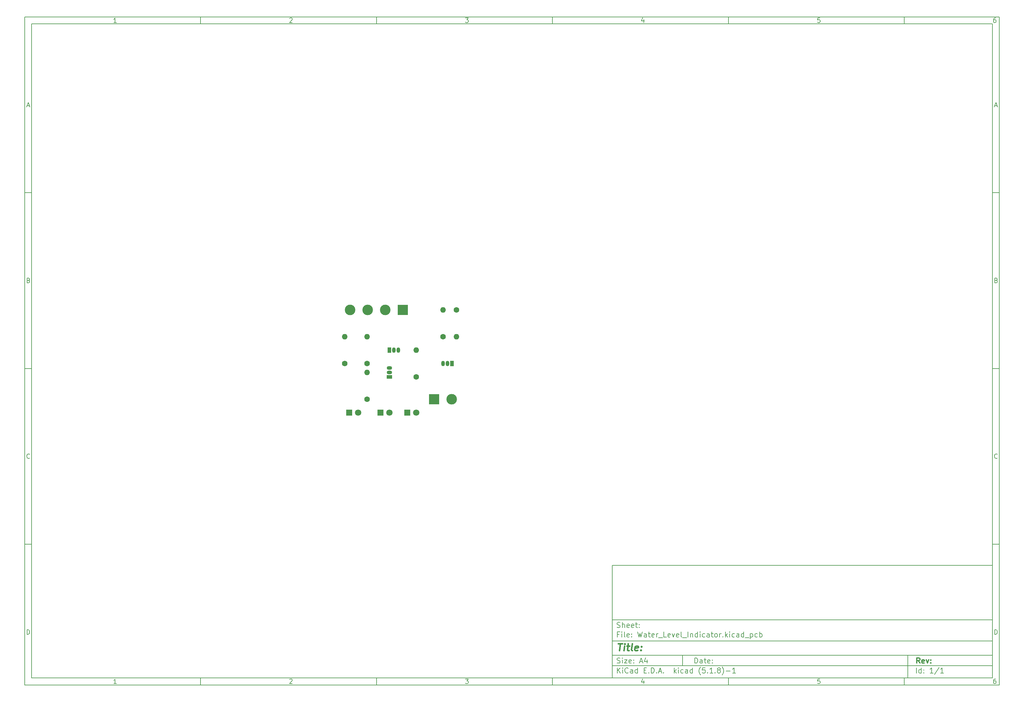
<source format=gtl>
%TF.GenerationSoftware,KiCad,Pcbnew,(5.1.8)-1*%
%TF.CreationDate,2021-07-18T21:15:27-07:00*%
%TF.ProjectId,Water_Level_Indicator,57617465-725f-44c6-9576-656c5f496e64,rev?*%
%TF.SameCoordinates,Original*%
%TF.FileFunction,Copper,L1,Top*%
%TF.FilePolarity,Positive*%
%FSLAX46Y46*%
G04 Gerber Fmt 4.6, Leading zero omitted, Abs format (unit mm)*
G04 Created by KiCad (PCBNEW (5.1.8)-1) date 2021-07-18 21:15:27*
%MOMM*%
%LPD*%
G01*
G04 APERTURE LIST*
%ADD10C,0.100000*%
%ADD11C,0.150000*%
%ADD12C,0.300000*%
%ADD13C,0.400000*%
%TA.AperFunction,ComponentPad*%
%ADD14R,1.800000X1.800000*%
%TD*%
%TA.AperFunction,ComponentPad*%
%ADD15C,1.800000*%
%TD*%
%TA.AperFunction,ComponentPad*%
%ADD16R,3.000000X3.000000*%
%TD*%
%TA.AperFunction,ComponentPad*%
%ADD17C,3.000000*%
%TD*%
%TA.AperFunction,ComponentPad*%
%ADD18O,1.500000X1.050000*%
%TD*%
%TA.AperFunction,ComponentPad*%
%ADD19R,1.500000X1.050000*%
%TD*%
%TA.AperFunction,ComponentPad*%
%ADD20R,1.050000X1.500000*%
%TD*%
%TA.AperFunction,ComponentPad*%
%ADD21O,1.050000X1.500000*%
%TD*%
%TA.AperFunction,ComponentPad*%
%ADD22O,1.600000X1.600000*%
%TD*%
%TA.AperFunction,ComponentPad*%
%ADD23C,1.600000*%
%TD*%
G04 APERTURE END LIST*
D10*
D11*
X177002200Y-166007200D02*
X177002200Y-198007200D01*
X285002200Y-198007200D01*
X285002200Y-166007200D01*
X177002200Y-166007200D01*
D10*
D11*
X10000000Y-10000000D02*
X10000000Y-200007200D01*
X287002200Y-200007200D01*
X287002200Y-10000000D01*
X10000000Y-10000000D01*
D10*
D11*
X12000000Y-12000000D02*
X12000000Y-198007200D01*
X285002200Y-198007200D01*
X285002200Y-12000000D01*
X12000000Y-12000000D01*
D10*
D11*
X60000000Y-12000000D02*
X60000000Y-10000000D01*
D10*
D11*
X110000000Y-12000000D02*
X110000000Y-10000000D01*
D10*
D11*
X160000000Y-12000000D02*
X160000000Y-10000000D01*
D10*
D11*
X210000000Y-12000000D02*
X210000000Y-10000000D01*
D10*
D11*
X260000000Y-12000000D02*
X260000000Y-10000000D01*
D10*
D11*
X36065476Y-11588095D02*
X35322619Y-11588095D01*
X35694047Y-11588095D02*
X35694047Y-10288095D01*
X35570238Y-10473809D01*
X35446428Y-10597619D01*
X35322619Y-10659523D01*
D10*
D11*
X85322619Y-10411904D02*
X85384523Y-10350000D01*
X85508333Y-10288095D01*
X85817857Y-10288095D01*
X85941666Y-10350000D01*
X86003571Y-10411904D01*
X86065476Y-10535714D01*
X86065476Y-10659523D01*
X86003571Y-10845238D01*
X85260714Y-11588095D01*
X86065476Y-11588095D01*
D10*
D11*
X135260714Y-10288095D02*
X136065476Y-10288095D01*
X135632142Y-10783333D01*
X135817857Y-10783333D01*
X135941666Y-10845238D01*
X136003571Y-10907142D01*
X136065476Y-11030952D01*
X136065476Y-11340476D01*
X136003571Y-11464285D01*
X135941666Y-11526190D01*
X135817857Y-11588095D01*
X135446428Y-11588095D01*
X135322619Y-11526190D01*
X135260714Y-11464285D01*
D10*
D11*
X185941666Y-10721428D02*
X185941666Y-11588095D01*
X185632142Y-10226190D02*
X185322619Y-11154761D01*
X186127380Y-11154761D01*
D10*
D11*
X236003571Y-10288095D02*
X235384523Y-10288095D01*
X235322619Y-10907142D01*
X235384523Y-10845238D01*
X235508333Y-10783333D01*
X235817857Y-10783333D01*
X235941666Y-10845238D01*
X236003571Y-10907142D01*
X236065476Y-11030952D01*
X236065476Y-11340476D01*
X236003571Y-11464285D01*
X235941666Y-11526190D01*
X235817857Y-11588095D01*
X235508333Y-11588095D01*
X235384523Y-11526190D01*
X235322619Y-11464285D01*
D10*
D11*
X285941666Y-10288095D02*
X285694047Y-10288095D01*
X285570238Y-10350000D01*
X285508333Y-10411904D01*
X285384523Y-10597619D01*
X285322619Y-10845238D01*
X285322619Y-11340476D01*
X285384523Y-11464285D01*
X285446428Y-11526190D01*
X285570238Y-11588095D01*
X285817857Y-11588095D01*
X285941666Y-11526190D01*
X286003571Y-11464285D01*
X286065476Y-11340476D01*
X286065476Y-11030952D01*
X286003571Y-10907142D01*
X285941666Y-10845238D01*
X285817857Y-10783333D01*
X285570238Y-10783333D01*
X285446428Y-10845238D01*
X285384523Y-10907142D01*
X285322619Y-11030952D01*
D10*
D11*
X60000000Y-198007200D02*
X60000000Y-200007200D01*
D10*
D11*
X110000000Y-198007200D02*
X110000000Y-200007200D01*
D10*
D11*
X160000000Y-198007200D02*
X160000000Y-200007200D01*
D10*
D11*
X210000000Y-198007200D02*
X210000000Y-200007200D01*
D10*
D11*
X260000000Y-198007200D02*
X260000000Y-200007200D01*
D10*
D11*
X36065476Y-199595295D02*
X35322619Y-199595295D01*
X35694047Y-199595295D02*
X35694047Y-198295295D01*
X35570238Y-198481009D01*
X35446428Y-198604819D01*
X35322619Y-198666723D01*
D10*
D11*
X85322619Y-198419104D02*
X85384523Y-198357200D01*
X85508333Y-198295295D01*
X85817857Y-198295295D01*
X85941666Y-198357200D01*
X86003571Y-198419104D01*
X86065476Y-198542914D01*
X86065476Y-198666723D01*
X86003571Y-198852438D01*
X85260714Y-199595295D01*
X86065476Y-199595295D01*
D10*
D11*
X135260714Y-198295295D02*
X136065476Y-198295295D01*
X135632142Y-198790533D01*
X135817857Y-198790533D01*
X135941666Y-198852438D01*
X136003571Y-198914342D01*
X136065476Y-199038152D01*
X136065476Y-199347676D01*
X136003571Y-199471485D01*
X135941666Y-199533390D01*
X135817857Y-199595295D01*
X135446428Y-199595295D01*
X135322619Y-199533390D01*
X135260714Y-199471485D01*
D10*
D11*
X185941666Y-198728628D02*
X185941666Y-199595295D01*
X185632142Y-198233390D02*
X185322619Y-199161961D01*
X186127380Y-199161961D01*
D10*
D11*
X236003571Y-198295295D02*
X235384523Y-198295295D01*
X235322619Y-198914342D01*
X235384523Y-198852438D01*
X235508333Y-198790533D01*
X235817857Y-198790533D01*
X235941666Y-198852438D01*
X236003571Y-198914342D01*
X236065476Y-199038152D01*
X236065476Y-199347676D01*
X236003571Y-199471485D01*
X235941666Y-199533390D01*
X235817857Y-199595295D01*
X235508333Y-199595295D01*
X235384523Y-199533390D01*
X235322619Y-199471485D01*
D10*
D11*
X285941666Y-198295295D02*
X285694047Y-198295295D01*
X285570238Y-198357200D01*
X285508333Y-198419104D01*
X285384523Y-198604819D01*
X285322619Y-198852438D01*
X285322619Y-199347676D01*
X285384523Y-199471485D01*
X285446428Y-199533390D01*
X285570238Y-199595295D01*
X285817857Y-199595295D01*
X285941666Y-199533390D01*
X286003571Y-199471485D01*
X286065476Y-199347676D01*
X286065476Y-199038152D01*
X286003571Y-198914342D01*
X285941666Y-198852438D01*
X285817857Y-198790533D01*
X285570238Y-198790533D01*
X285446428Y-198852438D01*
X285384523Y-198914342D01*
X285322619Y-199038152D01*
D10*
D11*
X10000000Y-60000000D02*
X12000000Y-60000000D01*
D10*
D11*
X10000000Y-110000000D02*
X12000000Y-110000000D01*
D10*
D11*
X10000000Y-160000000D02*
X12000000Y-160000000D01*
D10*
D11*
X10690476Y-35216666D02*
X11309523Y-35216666D01*
X10566666Y-35588095D02*
X11000000Y-34288095D01*
X11433333Y-35588095D01*
D10*
D11*
X11092857Y-84907142D02*
X11278571Y-84969047D01*
X11340476Y-85030952D01*
X11402380Y-85154761D01*
X11402380Y-85340476D01*
X11340476Y-85464285D01*
X11278571Y-85526190D01*
X11154761Y-85588095D01*
X10659523Y-85588095D01*
X10659523Y-84288095D01*
X11092857Y-84288095D01*
X11216666Y-84350000D01*
X11278571Y-84411904D01*
X11340476Y-84535714D01*
X11340476Y-84659523D01*
X11278571Y-84783333D01*
X11216666Y-84845238D01*
X11092857Y-84907142D01*
X10659523Y-84907142D01*
D10*
D11*
X11402380Y-135464285D02*
X11340476Y-135526190D01*
X11154761Y-135588095D01*
X11030952Y-135588095D01*
X10845238Y-135526190D01*
X10721428Y-135402380D01*
X10659523Y-135278571D01*
X10597619Y-135030952D01*
X10597619Y-134845238D01*
X10659523Y-134597619D01*
X10721428Y-134473809D01*
X10845238Y-134350000D01*
X11030952Y-134288095D01*
X11154761Y-134288095D01*
X11340476Y-134350000D01*
X11402380Y-134411904D01*
D10*
D11*
X10659523Y-185588095D02*
X10659523Y-184288095D01*
X10969047Y-184288095D01*
X11154761Y-184350000D01*
X11278571Y-184473809D01*
X11340476Y-184597619D01*
X11402380Y-184845238D01*
X11402380Y-185030952D01*
X11340476Y-185278571D01*
X11278571Y-185402380D01*
X11154761Y-185526190D01*
X10969047Y-185588095D01*
X10659523Y-185588095D01*
D10*
D11*
X287002200Y-60000000D02*
X285002200Y-60000000D01*
D10*
D11*
X287002200Y-110000000D02*
X285002200Y-110000000D01*
D10*
D11*
X287002200Y-160000000D02*
X285002200Y-160000000D01*
D10*
D11*
X285692676Y-35216666D02*
X286311723Y-35216666D01*
X285568866Y-35588095D02*
X286002200Y-34288095D01*
X286435533Y-35588095D01*
D10*
D11*
X286095057Y-84907142D02*
X286280771Y-84969047D01*
X286342676Y-85030952D01*
X286404580Y-85154761D01*
X286404580Y-85340476D01*
X286342676Y-85464285D01*
X286280771Y-85526190D01*
X286156961Y-85588095D01*
X285661723Y-85588095D01*
X285661723Y-84288095D01*
X286095057Y-84288095D01*
X286218866Y-84350000D01*
X286280771Y-84411904D01*
X286342676Y-84535714D01*
X286342676Y-84659523D01*
X286280771Y-84783333D01*
X286218866Y-84845238D01*
X286095057Y-84907142D01*
X285661723Y-84907142D01*
D10*
D11*
X286404580Y-135464285D02*
X286342676Y-135526190D01*
X286156961Y-135588095D01*
X286033152Y-135588095D01*
X285847438Y-135526190D01*
X285723628Y-135402380D01*
X285661723Y-135278571D01*
X285599819Y-135030952D01*
X285599819Y-134845238D01*
X285661723Y-134597619D01*
X285723628Y-134473809D01*
X285847438Y-134350000D01*
X286033152Y-134288095D01*
X286156961Y-134288095D01*
X286342676Y-134350000D01*
X286404580Y-134411904D01*
D10*
D11*
X285661723Y-185588095D02*
X285661723Y-184288095D01*
X285971247Y-184288095D01*
X286156961Y-184350000D01*
X286280771Y-184473809D01*
X286342676Y-184597619D01*
X286404580Y-184845238D01*
X286404580Y-185030952D01*
X286342676Y-185278571D01*
X286280771Y-185402380D01*
X286156961Y-185526190D01*
X285971247Y-185588095D01*
X285661723Y-185588095D01*
D10*
D11*
X200434342Y-193785771D02*
X200434342Y-192285771D01*
X200791485Y-192285771D01*
X201005771Y-192357200D01*
X201148628Y-192500057D01*
X201220057Y-192642914D01*
X201291485Y-192928628D01*
X201291485Y-193142914D01*
X201220057Y-193428628D01*
X201148628Y-193571485D01*
X201005771Y-193714342D01*
X200791485Y-193785771D01*
X200434342Y-193785771D01*
X202577200Y-193785771D02*
X202577200Y-193000057D01*
X202505771Y-192857200D01*
X202362914Y-192785771D01*
X202077200Y-192785771D01*
X201934342Y-192857200D01*
X202577200Y-193714342D02*
X202434342Y-193785771D01*
X202077200Y-193785771D01*
X201934342Y-193714342D01*
X201862914Y-193571485D01*
X201862914Y-193428628D01*
X201934342Y-193285771D01*
X202077200Y-193214342D01*
X202434342Y-193214342D01*
X202577200Y-193142914D01*
X203077200Y-192785771D02*
X203648628Y-192785771D01*
X203291485Y-192285771D02*
X203291485Y-193571485D01*
X203362914Y-193714342D01*
X203505771Y-193785771D01*
X203648628Y-193785771D01*
X204720057Y-193714342D02*
X204577200Y-193785771D01*
X204291485Y-193785771D01*
X204148628Y-193714342D01*
X204077200Y-193571485D01*
X204077200Y-193000057D01*
X204148628Y-192857200D01*
X204291485Y-192785771D01*
X204577200Y-192785771D01*
X204720057Y-192857200D01*
X204791485Y-193000057D01*
X204791485Y-193142914D01*
X204077200Y-193285771D01*
X205434342Y-193642914D02*
X205505771Y-193714342D01*
X205434342Y-193785771D01*
X205362914Y-193714342D01*
X205434342Y-193642914D01*
X205434342Y-193785771D01*
X205434342Y-192857200D02*
X205505771Y-192928628D01*
X205434342Y-193000057D01*
X205362914Y-192928628D01*
X205434342Y-192857200D01*
X205434342Y-193000057D01*
D10*
D11*
X177002200Y-194507200D02*
X285002200Y-194507200D01*
D10*
D11*
X178434342Y-196585771D02*
X178434342Y-195085771D01*
X179291485Y-196585771D02*
X178648628Y-195728628D01*
X179291485Y-195085771D02*
X178434342Y-195942914D01*
X179934342Y-196585771D02*
X179934342Y-195585771D01*
X179934342Y-195085771D02*
X179862914Y-195157200D01*
X179934342Y-195228628D01*
X180005771Y-195157200D01*
X179934342Y-195085771D01*
X179934342Y-195228628D01*
X181505771Y-196442914D02*
X181434342Y-196514342D01*
X181220057Y-196585771D01*
X181077200Y-196585771D01*
X180862914Y-196514342D01*
X180720057Y-196371485D01*
X180648628Y-196228628D01*
X180577200Y-195942914D01*
X180577200Y-195728628D01*
X180648628Y-195442914D01*
X180720057Y-195300057D01*
X180862914Y-195157200D01*
X181077200Y-195085771D01*
X181220057Y-195085771D01*
X181434342Y-195157200D01*
X181505771Y-195228628D01*
X182791485Y-196585771D02*
X182791485Y-195800057D01*
X182720057Y-195657200D01*
X182577200Y-195585771D01*
X182291485Y-195585771D01*
X182148628Y-195657200D01*
X182791485Y-196514342D02*
X182648628Y-196585771D01*
X182291485Y-196585771D01*
X182148628Y-196514342D01*
X182077200Y-196371485D01*
X182077200Y-196228628D01*
X182148628Y-196085771D01*
X182291485Y-196014342D01*
X182648628Y-196014342D01*
X182791485Y-195942914D01*
X184148628Y-196585771D02*
X184148628Y-195085771D01*
X184148628Y-196514342D02*
X184005771Y-196585771D01*
X183720057Y-196585771D01*
X183577200Y-196514342D01*
X183505771Y-196442914D01*
X183434342Y-196300057D01*
X183434342Y-195871485D01*
X183505771Y-195728628D01*
X183577200Y-195657200D01*
X183720057Y-195585771D01*
X184005771Y-195585771D01*
X184148628Y-195657200D01*
X186005771Y-195800057D02*
X186505771Y-195800057D01*
X186720057Y-196585771D02*
X186005771Y-196585771D01*
X186005771Y-195085771D01*
X186720057Y-195085771D01*
X187362914Y-196442914D02*
X187434342Y-196514342D01*
X187362914Y-196585771D01*
X187291485Y-196514342D01*
X187362914Y-196442914D01*
X187362914Y-196585771D01*
X188077200Y-196585771D02*
X188077200Y-195085771D01*
X188434342Y-195085771D01*
X188648628Y-195157200D01*
X188791485Y-195300057D01*
X188862914Y-195442914D01*
X188934342Y-195728628D01*
X188934342Y-195942914D01*
X188862914Y-196228628D01*
X188791485Y-196371485D01*
X188648628Y-196514342D01*
X188434342Y-196585771D01*
X188077200Y-196585771D01*
X189577200Y-196442914D02*
X189648628Y-196514342D01*
X189577200Y-196585771D01*
X189505771Y-196514342D01*
X189577200Y-196442914D01*
X189577200Y-196585771D01*
X190220057Y-196157200D02*
X190934342Y-196157200D01*
X190077200Y-196585771D02*
X190577200Y-195085771D01*
X191077200Y-196585771D01*
X191577200Y-196442914D02*
X191648628Y-196514342D01*
X191577200Y-196585771D01*
X191505771Y-196514342D01*
X191577200Y-196442914D01*
X191577200Y-196585771D01*
X194577200Y-196585771D02*
X194577200Y-195085771D01*
X194720057Y-196014342D02*
X195148628Y-196585771D01*
X195148628Y-195585771D02*
X194577200Y-196157200D01*
X195791485Y-196585771D02*
X195791485Y-195585771D01*
X195791485Y-195085771D02*
X195720057Y-195157200D01*
X195791485Y-195228628D01*
X195862914Y-195157200D01*
X195791485Y-195085771D01*
X195791485Y-195228628D01*
X197148628Y-196514342D02*
X197005771Y-196585771D01*
X196720057Y-196585771D01*
X196577200Y-196514342D01*
X196505771Y-196442914D01*
X196434342Y-196300057D01*
X196434342Y-195871485D01*
X196505771Y-195728628D01*
X196577200Y-195657200D01*
X196720057Y-195585771D01*
X197005771Y-195585771D01*
X197148628Y-195657200D01*
X198434342Y-196585771D02*
X198434342Y-195800057D01*
X198362914Y-195657200D01*
X198220057Y-195585771D01*
X197934342Y-195585771D01*
X197791485Y-195657200D01*
X198434342Y-196514342D02*
X198291485Y-196585771D01*
X197934342Y-196585771D01*
X197791485Y-196514342D01*
X197720057Y-196371485D01*
X197720057Y-196228628D01*
X197791485Y-196085771D01*
X197934342Y-196014342D01*
X198291485Y-196014342D01*
X198434342Y-195942914D01*
X199791485Y-196585771D02*
X199791485Y-195085771D01*
X199791485Y-196514342D02*
X199648628Y-196585771D01*
X199362914Y-196585771D01*
X199220057Y-196514342D01*
X199148628Y-196442914D01*
X199077200Y-196300057D01*
X199077200Y-195871485D01*
X199148628Y-195728628D01*
X199220057Y-195657200D01*
X199362914Y-195585771D01*
X199648628Y-195585771D01*
X199791485Y-195657200D01*
X202077200Y-197157200D02*
X202005771Y-197085771D01*
X201862914Y-196871485D01*
X201791485Y-196728628D01*
X201720057Y-196514342D01*
X201648628Y-196157200D01*
X201648628Y-195871485D01*
X201720057Y-195514342D01*
X201791485Y-195300057D01*
X201862914Y-195157200D01*
X202005771Y-194942914D01*
X202077200Y-194871485D01*
X203362914Y-195085771D02*
X202648628Y-195085771D01*
X202577200Y-195800057D01*
X202648628Y-195728628D01*
X202791485Y-195657200D01*
X203148628Y-195657200D01*
X203291485Y-195728628D01*
X203362914Y-195800057D01*
X203434342Y-195942914D01*
X203434342Y-196300057D01*
X203362914Y-196442914D01*
X203291485Y-196514342D01*
X203148628Y-196585771D01*
X202791485Y-196585771D01*
X202648628Y-196514342D01*
X202577200Y-196442914D01*
X204077200Y-196442914D02*
X204148628Y-196514342D01*
X204077200Y-196585771D01*
X204005771Y-196514342D01*
X204077200Y-196442914D01*
X204077200Y-196585771D01*
X205577200Y-196585771D02*
X204720057Y-196585771D01*
X205148628Y-196585771D02*
X205148628Y-195085771D01*
X205005771Y-195300057D01*
X204862914Y-195442914D01*
X204720057Y-195514342D01*
X206220057Y-196442914D02*
X206291485Y-196514342D01*
X206220057Y-196585771D01*
X206148628Y-196514342D01*
X206220057Y-196442914D01*
X206220057Y-196585771D01*
X207148628Y-195728628D02*
X207005771Y-195657200D01*
X206934342Y-195585771D01*
X206862914Y-195442914D01*
X206862914Y-195371485D01*
X206934342Y-195228628D01*
X207005771Y-195157200D01*
X207148628Y-195085771D01*
X207434342Y-195085771D01*
X207577200Y-195157200D01*
X207648628Y-195228628D01*
X207720057Y-195371485D01*
X207720057Y-195442914D01*
X207648628Y-195585771D01*
X207577200Y-195657200D01*
X207434342Y-195728628D01*
X207148628Y-195728628D01*
X207005771Y-195800057D01*
X206934342Y-195871485D01*
X206862914Y-196014342D01*
X206862914Y-196300057D01*
X206934342Y-196442914D01*
X207005771Y-196514342D01*
X207148628Y-196585771D01*
X207434342Y-196585771D01*
X207577200Y-196514342D01*
X207648628Y-196442914D01*
X207720057Y-196300057D01*
X207720057Y-196014342D01*
X207648628Y-195871485D01*
X207577200Y-195800057D01*
X207434342Y-195728628D01*
X208220057Y-197157200D02*
X208291485Y-197085771D01*
X208434342Y-196871485D01*
X208505771Y-196728628D01*
X208577200Y-196514342D01*
X208648628Y-196157200D01*
X208648628Y-195871485D01*
X208577200Y-195514342D01*
X208505771Y-195300057D01*
X208434342Y-195157200D01*
X208291485Y-194942914D01*
X208220057Y-194871485D01*
X209362914Y-196014342D02*
X210505771Y-196014342D01*
X212005771Y-196585771D02*
X211148628Y-196585771D01*
X211577200Y-196585771D02*
X211577200Y-195085771D01*
X211434342Y-195300057D01*
X211291485Y-195442914D01*
X211148628Y-195514342D01*
D10*
D11*
X177002200Y-191507200D02*
X285002200Y-191507200D01*
D10*
D12*
X264411485Y-193785771D02*
X263911485Y-193071485D01*
X263554342Y-193785771D02*
X263554342Y-192285771D01*
X264125771Y-192285771D01*
X264268628Y-192357200D01*
X264340057Y-192428628D01*
X264411485Y-192571485D01*
X264411485Y-192785771D01*
X264340057Y-192928628D01*
X264268628Y-193000057D01*
X264125771Y-193071485D01*
X263554342Y-193071485D01*
X265625771Y-193714342D02*
X265482914Y-193785771D01*
X265197200Y-193785771D01*
X265054342Y-193714342D01*
X264982914Y-193571485D01*
X264982914Y-193000057D01*
X265054342Y-192857200D01*
X265197200Y-192785771D01*
X265482914Y-192785771D01*
X265625771Y-192857200D01*
X265697200Y-193000057D01*
X265697200Y-193142914D01*
X264982914Y-193285771D01*
X266197200Y-192785771D02*
X266554342Y-193785771D01*
X266911485Y-192785771D01*
X267482914Y-193642914D02*
X267554342Y-193714342D01*
X267482914Y-193785771D01*
X267411485Y-193714342D01*
X267482914Y-193642914D01*
X267482914Y-193785771D01*
X267482914Y-192857200D02*
X267554342Y-192928628D01*
X267482914Y-193000057D01*
X267411485Y-192928628D01*
X267482914Y-192857200D01*
X267482914Y-193000057D01*
D10*
D11*
X178362914Y-193714342D02*
X178577200Y-193785771D01*
X178934342Y-193785771D01*
X179077200Y-193714342D01*
X179148628Y-193642914D01*
X179220057Y-193500057D01*
X179220057Y-193357200D01*
X179148628Y-193214342D01*
X179077200Y-193142914D01*
X178934342Y-193071485D01*
X178648628Y-193000057D01*
X178505771Y-192928628D01*
X178434342Y-192857200D01*
X178362914Y-192714342D01*
X178362914Y-192571485D01*
X178434342Y-192428628D01*
X178505771Y-192357200D01*
X178648628Y-192285771D01*
X179005771Y-192285771D01*
X179220057Y-192357200D01*
X179862914Y-193785771D02*
X179862914Y-192785771D01*
X179862914Y-192285771D02*
X179791485Y-192357200D01*
X179862914Y-192428628D01*
X179934342Y-192357200D01*
X179862914Y-192285771D01*
X179862914Y-192428628D01*
X180434342Y-192785771D02*
X181220057Y-192785771D01*
X180434342Y-193785771D01*
X181220057Y-193785771D01*
X182362914Y-193714342D02*
X182220057Y-193785771D01*
X181934342Y-193785771D01*
X181791485Y-193714342D01*
X181720057Y-193571485D01*
X181720057Y-193000057D01*
X181791485Y-192857200D01*
X181934342Y-192785771D01*
X182220057Y-192785771D01*
X182362914Y-192857200D01*
X182434342Y-193000057D01*
X182434342Y-193142914D01*
X181720057Y-193285771D01*
X183077200Y-193642914D02*
X183148628Y-193714342D01*
X183077200Y-193785771D01*
X183005771Y-193714342D01*
X183077200Y-193642914D01*
X183077200Y-193785771D01*
X183077200Y-192857200D02*
X183148628Y-192928628D01*
X183077200Y-193000057D01*
X183005771Y-192928628D01*
X183077200Y-192857200D01*
X183077200Y-193000057D01*
X184862914Y-193357200D02*
X185577200Y-193357200D01*
X184720057Y-193785771D02*
X185220057Y-192285771D01*
X185720057Y-193785771D01*
X186862914Y-192785771D02*
X186862914Y-193785771D01*
X186505771Y-192214342D02*
X186148628Y-193285771D01*
X187077200Y-193285771D01*
D10*
D11*
X263434342Y-196585771D02*
X263434342Y-195085771D01*
X264791485Y-196585771D02*
X264791485Y-195085771D01*
X264791485Y-196514342D02*
X264648628Y-196585771D01*
X264362914Y-196585771D01*
X264220057Y-196514342D01*
X264148628Y-196442914D01*
X264077200Y-196300057D01*
X264077200Y-195871485D01*
X264148628Y-195728628D01*
X264220057Y-195657200D01*
X264362914Y-195585771D01*
X264648628Y-195585771D01*
X264791485Y-195657200D01*
X265505771Y-196442914D02*
X265577200Y-196514342D01*
X265505771Y-196585771D01*
X265434342Y-196514342D01*
X265505771Y-196442914D01*
X265505771Y-196585771D01*
X265505771Y-195657200D02*
X265577200Y-195728628D01*
X265505771Y-195800057D01*
X265434342Y-195728628D01*
X265505771Y-195657200D01*
X265505771Y-195800057D01*
X268148628Y-196585771D02*
X267291485Y-196585771D01*
X267720057Y-196585771D02*
X267720057Y-195085771D01*
X267577200Y-195300057D01*
X267434342Y-195442914D01*
X267291485Y-195514342D01*
X269862914Y-195014342D02*
X268577200Y-196942914D01*
X271148628Y-196585771D02*
X270291485Y-196585771D01*
X270720057Y-196585771D02*
X270720057Y-195085771D01*
X270577200Y-195300057D01*
X270434342Y-195442914D01*
X270291485Y-195514342D01*
D10*
D11*
X177002200Y-187507200D02*
X285002200Y-187507200D01*
D10*
D13*
X178714580Y-188211961D02*
X179857438Y-188211961D01*
X179036009Y-190211961D02*
X179286009Y-188211961D01*
X180274104Y-190211961D02*
X180440771Y-188878628D01*
X180524104Y-188211961D02*
X180416961Y-188307200D01*
X180500295Y-188402438D01*
X180607438Y-188307200D01*
X180524104Y-188211961D01*
X180500295Y-188402438D01*
X181107438Y-188878628D02*
X181869342Y-188878628D01*
X181476485Y-188211961D02*
X181262200Y-189926247D01*
X181333628Y-190116723D01*
X181512200Y-190211961D01*
X181702676Y-190211961D01*
X182655057Y-190211961D02*
X182476485Y-190116723D01*
X182405057Y-189926247D01*
X182619342Y-188211961D01*
X184190771Y-190116723D02*
X183988390Y-190211961D01*
X183607438Y-190211961D01*
X183428866Y-190116723D01*
X183357438Y-189926247D01*
X183452676Y-189164342D01*
X183571723Y-188973866D01*
X183774104Y-188878628D01*
X184155057Y-188878628D01*
X184333628Y-188973866D01*
X184405057Y-189164342D01*
X184381247Y-189354819D01*
X183405057Y-189545295D01*
X185155057Y-190021485D02*
X185238390Y-190116723D01*
X185131247Y-190211961D01*
X185047914Y-190116723D01*
X185155057Y-190021485D01*
X185131247Y-190211961D01*
X185286009Y-188973866D02*
X185369342Y-189069104D01*
X185262200Y-189164342D01*
X185178866Y-189069104D01*
X185286009Y-188973866D01*
X185262200Y-189164342D01*
D10*
D11*
X178934342Y-185600057D02*
X178434342Y-185600057D01*
X178434342Y-186385771D02*
X178434342Y-184885771D01*
X179148628Y-184885771D01*
X179720057Y-186385771D02*
X179720057Y-185385771D01*
X179720057Y-184885771D02*
X179648628Y-184957200D01*
X179720057Y-185028628D01*
X179791485Y-184957200D01*
X179720057Y-184885771D01*
X179720057Y-185028628D01*
X180648628Y-186385771D02*
X180505771Y-186314342D01*
X180434342Y-186171485D01*
X180434342Y-184885771D01*
X181791485Y-186314342D02*
X181648628Y-186385771D01*
X181362914Y-186385771D01*
X181220057Y-186314342D01*
X181148628Y-186171485D01*
X181148628Y-185600057D01*
X181220057Y-185457200D01*
X181362914Y-185385771D01*
X181648628Y-185385771D01*
X181791485Y-185457200D01*
X181862914Y-185600057D01*
X181862914Y-185742914D01*
X181148628Y-185885771D01*
X182505771Y-186242914D02*
X182577200Y-186314342D01*
X182505771Y-186385771D01*
X182434342Y-186314342D01*
X182505771Y-186242914D01*
X182505771Y-186385771D01*
X182505771Y-185457200D02*
X182577200Y-185528628D01*
X182505771Y-185600057D01*
X182434342Y-185528628D01*
X182505771Y-185457200D01*
X182505771Y-185600057D01*
X184220057Y-184885771D02*
X184577200Y-186385771D01*
X184862914Y-185314342D01*
X185148628Y-186385771D01*
X185505771Y-184885771D01*
X186720057Y-186385771D02*
X186720057Y-185600057D01*
X186648628Y-185457200D01*
X186505771Y-185385771D01*
X186220057Y-185385771D01*
X186077200Y-185457200D01*
X186720057Y-186314342D02*
X186577200Y-186385771D01*
X186220057Y-186385771D01*
X186077200Y-186314342D01*
X186005771Y-186171485D01*
X186005771Y-186028628D01*
X186077200Y-185885771D01*
X186220057Y-185814342D01*
X186577200Y-185814342D01*
X186720057Y-185742914D01*
X187220057Y-185385771D02*
X187791485Y-185385771D01*
X187434342Y-184885771D02*
X187434342Y-186171485D01*
X187505771Y-186314342D01*
X187648628Y-186385771D01*
X187791485Y-186385771D01*
X188862914Y-186314342D02*
X188720057Y-186385771D01*
X188434342Y-186385771D01*
X188291485Y-186314342D01*
X188220057Y-186171485D01*
X188220057Y-185600057D01*
X188291485Y-185457200D01*
X188434342Y-185385771D01*
X188720057Y-185385771D01*
X188862914Y-185457200D01*
X188934342Y-185600057D01*
X188934342Y-185742914D01*
X188220057Y-185885771D01*
X189577200Y-186385771D02*
X189577200Y-185385771D01*
X189577200Y-185671485D02*
X189648628Y-185528628D01*
X189720057Y-185457200D01*
X189862914Y-185385771D01*
X190005771Y-185385771D01*
X190148628Y-186528628D02*
X191291485Y-186528628D01*
X192362914Y-186385771D02*
X191648628Y-186385771D01*
X191648628Y-184885771D01*
X193434342Y-186314342D02*
X193291485Y-186385771D01*
X193005771Y-186385771D01*
X192862914Y-186314342D01*
X192791485Y-186171485D01*
X192791485Y-185600057D01*
X192862914Y-185457200D01*
X193005771Y-185385771D01*
X193291485Y-185385771D01*
X193434342Y-185457200D01*
X193505771Y-185600057D01*
X193505771Y-185742914D01*
X192791485Y-185885771D01*
X194005771Y-185385771D02*
X194362914Y-186385771D01*
X194720057Y-185385771D01*
X195862914Y-186314342D02*
X195720057Y-186385771D01*
X195434342Y-186385771D01*
X195291485Y-186314342D01*
X195220057Y-186171485D01*
X195220057Y-185600057D01*
X195291485Y-185457200D01*
X195434342Y-185385771D01*
X195720057Y-185385771D01*
X195862914Y-185457200D01*
X195934342Y-185600057D01*
X195934342Y-185742914D01*
X195220057Y-185885771D01*
X196791485Y-186385771D02*
X196648628Y-186314342D01*
X196577200Y-186171485D01*
X196577200Y-184885771D01*
X197005771Y-186528628D02*
X198148628Y-186528628D01*
X198505771Y-186385771D02*
X198505771Y-184885771D01*
X199220057Y-185385771D02*
X199220057Y-186385771D01*
X199220057Y-185528628D02*
X199291485Y-185457200D01*
X199434342Y-185385771D01*
X199648628Y-185385771D01*
X199791485Y-185457200D01*
X199862914Y-185600057D01*
X199862914Y-186385771D01*
X201220057Y-186385771D02*
X201220057Y-184885771D01*
X201220057Y-186314342D02*
X201077200Y-186385771D01*
X200791485Y-186385771D01*
X200648628Y-186314342D01*
X200577200Y-186242914D01*
X200505771Y-186100057D01*
X200505771Y-185671485D01*
X200577200Y-185528628D01*
X200648628Y-185457200D01*
X200791485Y-185385771D01*
X201077200Y-185385771D01*
X201220057Y-185457200D01*
X201934342Y-186385771D02*
X201934342Y-185385771D01*
X201934342Y-184885771D02*
X201862914Y-184957200D01*
X201934342Y-185028628D01*
X202005771Y-184957200D01*
X201934342Y-184885771D01*
X201934342Y-185028628D01*
X203291485Y-186314342D02*
X203148628Y-186385771D01*
X202862914Y-186385771D01*
X202720057Y-186314342D01*
X202648628Y-186242914D01*
X202577200Y-186100057D01*
X202577200Y-185671485D01*
X202648628Y-185528628D01*
X202720057Y-185457200D01*
X202862914Y-185385771D01*
X203148628Y-185385771D01*
X203291485Y-185457200D01*
X204577200Y-186385771D02*
X204577200Y-185600057D01*
X204505771Y-185457200D01*
X204362914Y-185385771D01*
X204077200Y-185385771D01*
X203934342Y-185457200D01*
X204577200Y-186314342D02*
X204434342Y-186385771D01*
X204077200Y-186385771D01*
X203934342Y-186314342D01*
X203862914Y-186171485D01*
X203862914Y-186028628D01*
X203934342Y-185885771D01*
X204077200Y-185814342D01*
X204434342Y-185814342D01*
X204577200Y-185742914D01*
X205077200Y-185385771D02*
X205648628Y-185385771D01*
X205291485Y-184885771D02*
X205291485Y-186171485D01*
X205362914Y-186314342D01*
X205505771Y-186385771D01*
X205648628Y-186385771D01*
X206362914Y-186385771D02*
X206220057Y-186314342D01*
X206148628Y-186242914D01*
X206077200Y-186100057D01*
X206077200Y-185671485D01*
X206148628Y-185528628D01*
X206220057Y-185457200D01*
X206362914Y-185385771D01*
X206577200Y-185385771D01*
X206720057Y-185457200D01*
X206791485Y-185528628D01*
X206862914Y-185671485D01*
X206862914Y-186100057D01*
X206791485Y-186242914D01*
X206720057Y-186314342D01*
X206577200Y-186385771D01*
X206362914Y-186385771D01*
X207505771Y-186385771D02*
X207505771Y-185385771D01*
X207505771Y-185671485D02*
X207577200Y-185528628D01*
X207648628Y-185457200D01*
X207791485Y-185385771D01*
X207934342Y-185385771D01*
X208434342Y-186242914D02*
X208505771Y-186314342D01*
X208434342Y-186385771D01*
X208362914Y-186314342D01*
X208434342Y-186242914D01*
X208434342Y-186385771D01*
X209148628Y-186385771D02*
X209148628Y-184885771D01*
X209291485Y-185814342D02*
X209720057Y-186385771D01*
X209720057Y-185385771D02*
X209148628Y-185957200D01*
X210362914Y-186385771D02*
X210362914Y-185385771D01*
X210362914Y-184885771D02*
X210291485Y-184957200D01*
X210362914Y-185028628D01*
X210434342Y-184957200D01*
X210362914Y-184885771D01*
X210362914Y-185028628D01*
X211720057Y-186314342D02*
X211577200Y-186385771D01*
X211291485Y-186385771D01*
X211148628Y-186314342D01*
X211077200Y-186242914D01*
X211005771Y-186100057D01*
X211005771Y-185671485D01*
X211077200Y-185528628D01*
X211148628Y-185457200D01*
X211291485Y-185385771D01*
X211577200Y-185385771D01*
X211720057Y-185457200D01*
X213005771Y-186385771D02*
X213005771Y-185600057D01*
X212934342Y-185457200D01*
X212791485Y-185385771D01*
X212505771Y-185385771D01*
X212362914Y-185457200D01*
X213005771Y-186314342D02*
X212862914Y-186385771D01*
X212505771Y-186385771D01*
X212362914Y-186314342D01*
X212291485Y-186171485D01*
X212291485Y-186028628D01*
X212362914Y-185885771D01*
X212505771Y-185814342D01*
X212862914Y-185814342D01*
X213005771Y-185742914D01*
X214362914Y-186385771D02*
X214362914Y-184885771D01*
X214362914Y-186314342D02*
X214220057Y-186385771D01*
X213934342Y-186385771D01*
X213791485Y-186314342D01*
X213720057Y-186242914D01*
X213648628Y-186100057D01*
X213648628Y-185671485D01*
X213720057Y-185528628D01*
X213791485Y-185457200D01*
X213934342Y-185385771D01*
X214220057Y-185385771D01*
X214362914Y-185457200D01*
X214720057Y-186528628D02*
X215862914Y-186528628D01*
X216220057Y-185385771D02*
X216220057Y-186885771D01*
X216220057Y-185457200D02*
X216362914Y-185385771D01*
X216648628Y-185385771D01*
X216791485Y-185457200D01*
X216862914Y-185528628D01*
X216934342Y-185671485D01*
X216934342Y-186100057D01*
X216862914Y-186242914D01*
X216791485Y-186314342D01*
X216648628Y-186385771D01*
X216362914Y-186385771D01*
X216220057Y-186314342D01*
X218220057Y-186314342D02*
X218077200Y-186385771D01*
X217791485Y-186385771D01*
X217648628Y-186314342D01*
X217577200Y-186242914D01*
X217505771Y-186100057D01*
X217505771Y-185671485D01*
X217577200Y-185528628D01*
X217648628Y-185457200D01*
X217791485Y-185385771D01*
X218077200Y-185385771D01*
X218220057Y-185457200D01*
X218862914Y-186385771D02*
X218862914Y-184885771D01*
X218862914Y-185457200D02*
X219005771Y-185385771D01*
X219291485Y-185385771D01*
X219434342Y-185457200D01*
X219505771Y-185528628D01*
X219577200Y-185671485D01*
X219577200Y-186100057D01*
X219505771Y-186242914D01*
X219434342Y-186314342D01*
X219291485Y-186385771D01*
X219005771Y-186385771D01*
X218862914Y-186314342D01*
D10*
D11*
X177002200Y-181507200D02*
X285002200Y-181507200D01*
D10*
D11*
X178362914Y-183614342D02*
X178577200Y-183685771D01*
X178934342Y-183685771D01*
X179077200Y-183614342D01*
X179148628Y-183542914D01*
X179220057Y-183400057D01*
X179220057Y-183257200D01*
X179148628Y-183114342D01*
X179077200Y-183042914D01*
X178934342Y-182971485D01*
X178648628Y-182900057D01*
X178505771Y-182828628D01*
X178434342Y-182757200D01*
X178362914Y-182614342D01*
X178362914Y-182471485D01*
X178434342Y-182328628D01*
X178505771Y-182257200D01*
X178648628Y-182185771D01*
X179005771Y-182185771D01*
X179220057Y-182257200D01*
X179862914Y-183685771D02*
X179862914Y-182185771D01*
X180505771Y-183685771D02*
X180505771Y-182900057D01*
X180434342Y-182757200D01*
X180291485Y-182685771D01*
X180077200Y-182685771D01*
X179934342Y-182757200D01*
X179862914Y-182828628D01*
X181791485Y-183614342D02*
X181648628Y-183685771D01*
X181362914Y-183685771D01*
X181220057Y-183614342D01*
X181148628Y-183471485D01*
X181148628Y-182900057D01*
X181220057Y-182757200D01*
X181362914Y-182685771D01*
X181648628Y-182685771D01*
X181791485Y-182757200D01*
X181862914Y-182900057D01*
X181862914Y-183042914D01*
X181148628Y-183185771D01*
X183077200Y-183614342D02*
X182934342Y-183685771D01*
X182648628Y-183685771D01*
X182505771Y-183614342D01*
X182434342Y-183471485D01*
X182434342Y-182900057D01*
X182505771Y-182757200D01*
X182648628Y-182685771D01*
X182934342Y-182685771D01*
X183077200Y-182757200D01*
X183148628Y-182900057D01*
X183148628Y-183042914D01*
X182434342Y-183185771D01*
X183577200Y-182685771D02*
X184148628Y-182685771D01*
X183791485Y-182185771D02*
X183791485Y-183471485D01*
X183862914Y-183614342D01*
X184005771Y-183685771D01*
X184148628Y-183685771D01*
X184648628Y-183542914D02*
X184720057Y-183614342D01*
X184648628Y-183685771D01*
X184577200Y-183614342D01*
X184648628Y-183542914D01*
X184648628Y-183685771D01*
X184648628Y-182757200D02*
X184720057Y-182828628D01*
X184648628Y-182900057D01*
X184577200Y-182828628D01*
X184648628Y-182757200D01*
X184648628Y-182900057D01*
D10*
D11*
X197002200Y-191507200D02*
X197002200Y-194507200D01*
D10*
D11*
X261002200Y-191507200D02*
X261002200Y-198007200D01*
D14*
%TO.P,D1,1*%
%TO.N,Ground*%
X118740000Y-122555000D03*
D15*
%TO.P,D1,2*%
%TO.N,Net-(D1-Pad2)*%
X121280000Y-122555000D03*
%TD*%
%TO.P,D2,2*%
%TO.N,Net-(D2-Pad2)*%
X113660000Y-122555000D03*
D14*
%TO.P,D2,1*%
%TO.N,Ground*%
X111120000Y-122555000D03*
%TD*%
%TO.P,D3,1*%
%TO.N,Ground*%
X102230000Y-122555000D03*
D15*
%TO.P,D3,2*%
%TO.N,Net-(D3-Pad2)*%
X104770000Y-122555000D03*
%TD*%
D16*
%TO.P,J1,1*%
%TO.N,Full_Level*%
X117470000Y-93345000D03*
D17*
%TO.P,J1,2*%
%TO.N,Medium_Level*%
X112470000Y-93345000D03*
%TO.P,J1,3*%
%TO.N,Low_Level*%
X107470000Y-93345000D03*
%TO.P,J1,4*%
%TO.N,Ground*%
X102470000Y-93345000D03*
%TD*%
D16*
%TO.P,J2,1*%
%TO.N,Ground*%
X126360000Y-118745000D03*
D17*
%TO.P,J2,2*%
%TO.N,Net-(J2-Pad2)*%
X131360000Y-118745000D03*
%TD*%
D18*
%TO.P,Q1,2*%
%TO.N,Net-(Q1-Pad2)*%
X113660000Y-111125000D03*
%TO.P,Q1,3*%
%TO.N,Net-(Q1-Pad3)*%
X113660000Y-109855000D03*
D19*
%TO.P,Q1,1*%
%TO.N,Net-(J2-Pad2)*%
X113660000Y-112395000D03*
%TD*%
D20*
%TO.P,Q2,1*%
%TO.N,Net-(J2-Pad2)*%
X113660000Y-104775000D03*
D21*
%TO.P,Q2,3*%
%TO.N,Net-(Q2-Pad3)*%
X116200000Y-104775000D03*
%TO.P,Q2,2*%
%TO.N,Net-(Q2-Pad2)*%
X114930000Y-104775000D03*
%TD*%
%TO.P,Q3,2*%
%TO.N,Net-(Q3-Pad2)*%
X130170000Y-108585000D03*
%TO.P,Q3,3*%
%TO.N,Net-(Q3-Pad3)*%
X128900000Y-108585000D03*
D20*
%TO.P,Q3,1*%
%TO.N,Net-(J2-Pad2)*%
X131440000Y-108585000D03*
%TD*%
D22*
%TO.P,R1,2*%
%TO.N,Low_Level*%
X107310000Y-100965000D03*
D23*
%TO.P,R1,1*%
%TO.N,Net-(Q1-Pad3)*%
X107310000Y-108585000D03*
%TD*%
%TO.P,R2,1*%
%TO.N,Net-(D1-Pad2)*%
X107310000Y-118745000D03*
D22*
%TO.P,R2,2*%
%TO.N,Net-(Q1-Pad2)*%
X107310000Y-111125000D03*
%TD*%
%TO.P,R3,2*%
%TO.N,Medium_Level*%
X100960000Y-100965000D03*
D23*
%TO.P,R3,1*%
%TO.N,Net-(Q2-Pad3)*%
X100960000Y-108585000D03*
%TD*%
%TO.P,R4,1*%
%TO.N,Net-(D2-Pad2)*%
X121280000Y-112395000D03*
D22*
%TO.P,R4,2*%
%TO.N,Net-(Q2-Pad2)*%
X121280000Y-104775000D03*
%TD*%
%TO.P,R5,2*%
%TO.N,Full_Level*%
X128900000Y-93345000D03*
D23*
%TO.P,R5,1*%
%TO.N,Net-(Q3-Pad3)*%
X128900000Y-100965000D03*
%TD*%
%TO.P,R6,1*%
%TO.N,Net-(D3-Pad2)*%
X132710000Y-93345000D03*
D22*
%TO.P,R6,2*%
%TO.N,Net-(Q3-Pad2)*%
X132710000Y-100965000D03*
%TD*%
M02*

</source>
